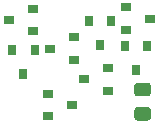
<source format=gbr>
%TF.GenerationSoftware,KiCad,Pcbnew,5.1.9+dfsg1-1+deb11u1*%
%TF.CreationDate,2024-08-22T01:22:47-07:00*%
%TF.ProjectId,micro7Decoder,6d696372-6f37-4446-9563-6f6465722e6b,rev?*%
%TF.SameCoordinates,Original*%
%TF.FileFunction,Paste,Bot*%
%TF.FilePolarity,Positive*%
%FSLAX46Y46*%
G04 Gerber Fmt 4.6, Leading zero omitted, Abs format (unit mm)*
G04 Created by KiCad (PCBNEW 5.1.9+dfsg1-1+deb11u1) date 2024-08-22 01:22:47*
%MOMM*%
%LPD*%
G01*
G04 APERTURE LIST*
%ADD10R,0.800000X0.900000*%
%ADD11R,0.900000X0.800000*%
G04 APERTURE END LIST*
D10*
%TO.C,D4*%
X146878000Y-73204000D03*
X147828000Y-71204000D03*
X145928000Y-71204000D03*
%TD*%
D11*
%TO.C,D1*%
X145574000Y-76139000D03*
X147574000Y-77089000D03*
X147574000Y-75189000D03*
%TD*%
%TO.C,D5*%
X139192000Y-71120000D03*
X141192000Y-72070000D03*
X141192000Y-70170000D03*
%TD*%
D10*
%TO.C,D3*%
X140401000Y-75660000D03*
X141351000Y-73660000D03*
X139451000Y-73660000D03*
%TD*%
%TO.C,D2*%
X149926000Y-75311000D03*
X150876000Y-73311000D03*
X148976000Y-73311000D03*
%TD*%
%TO.C,R8*%
G36*
G01*
X150945001Y-77582500D02*
X150044999Y-77582500D01*
G75*
G02*
X149795000Y-77332501I0J249999D01*
G01*
X149795000Y-76682499D01*
G75*
G02*
X150044999Y-76432500I249999J0D01*
G01*
X150945001Y-76432500D01*
G75*
G02*
X151195000Y-76682499I0J-249999D01*
G01*
X151195000Y-77332501D01*
G75*
G02*
X150945001Y-77582500I-249999J0D01*
G01*
G37*
G36*
G01*
X150945001Y-79632500D02*
X150044999Y-79632500D01*
G75*
G02*
X149795000Y-79382501I0J249999D01*
G01*
X149795000Y-78732499D01*
G75*
G02*
X150044999Y-78482500I249999J0D01*
G01*
X150945001Y-78482500D01*
G75*
G02*
X151195000Y-78732499I0J-249999D01*
G01*
X151195000Y-79382501D01*
G75*
G02*
X150945001Y-79632500I-249999J0D01*
G01*
G37*
%TD*%
D11*
%TO.C,Q3*%
X142653000Y-73533000D03*
X144653000Y-74483000D03*
X144653000Y-72583000D03*
%TD*%
%TO.C,Q2*%
X144475200Y-78333600D03*
X142475200Y-77383600D03*
X142475200Y-79283600D03*
%TD*%
%TO.C,Q1*%
X151098000Y-70993000D03*
X149098000Y-70043000D03*
X149098000Y-71943000D03*
%TD*%
M02*

</source>
